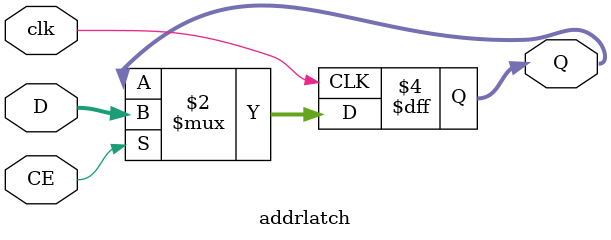
<source format=v>

module addrlatch(
  input [7:0] D,
  input CE,
  input clk,
  output reg[7:0] Q


  );

  always @(posedge clk ) begin
    if(CE)
      Q <= D;
  end

  endmodule

</source>
